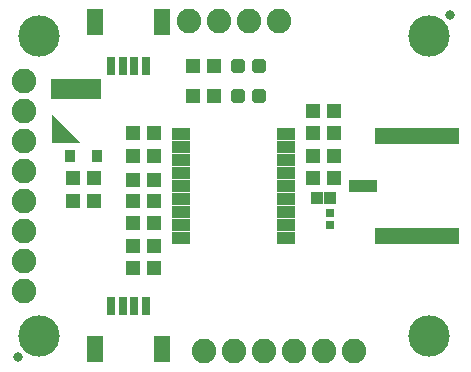
<source format=gts>
G04 EAGLE Gerber RS-274X export*
G75*
%MOMM*%
%FSLAX34Y34*%
%LPD*%
%INSoldermask Top*%
%IPPOS*%
%AMOC8*
5,1,8,0,0,1.08239X$1,22.5*%
G01*
%ADD10R,1.403200X2.203200*%
%ADD11R,0.803200X1.553200*%
%ADD12C,2.082800*%
%ADD13R,1.303200X1.203200*%
%ADD14R,4.200000X1.700000*%
%ADD15C,0.505344*%
%ADD16R,0.833200X1.033200*%
%ADD17R,1.053200X1.103200*%
%ADD18R,1.503200X1.003200*%
%ADD19R,1.503200X1.103200*%
%ADD20R,0.803200X0.803200*%
%ADD21C,0.838200*%
%ADD22C,3.505200*%
%ADD23R,7.203200X1.353200*%
%ADD24R,2.403200X1.103200*%

G36*
X60742Y188863D02*
X60742Y188863D01*
X60786Y188866D01*
X60808Y188882D01*
X60834Y188890D01*
X60863Y188923D01*
X60898Y188949D01*
X60908Y188975D01*
X60926Y188995D01*
X60933Y189039D01*
X60948Y189079D01*
X60943Y189106D01*
X60947Y189133D01*
X60929Y189174D01*
X60920Y189216D01*
X60894Y189252D01*
X60890Y189261D01*
X60885Y189265D01*
X60876Y189276D01*
X36876Y213276D01*
X36838Y213297D01*
X36805Y213326D01*
X36778Y213330D01*
X36754Y213343D01*
X36710Y213340D01*
X36667Y213347D01*
X36642Y213336D01*
X36614Y213334D01*
X36579Y213308D01*
X36539Y213290D01*
X36524Y213267D01*
X36502Y213251D01*
X36486Y213210D01*
X36462Y213174D01*
X36455Y213130D01*
X36452Y213121D01*
X36453Y213114D01*
X36451Y213100D01*
X36451Y189100D01*
X36456Y189084D01*
X36453Y189067D01*
X36475Y189017D01*
X36490Y188966D01*
X36503Y188955D01*
X36510Y188939D01*
X36555Y188909D01*
X36595Y188874D01*
X36612Y188871D01*
X36627Y188862D01*
X36700Y188851D01*
X60700Y188851D01*
X60742Y188863D01*
G37*
D10*
X73600Y14050D03*
X129600Y14050D03*
D11*
X86600Y50800D03*
X96600Y50800D03*
X106600Y50800D03*
X116600Y50800D03*
D12*
X228600Y292100D03*
X203200Y292100D03*
X177800Y292100D03*
X152400Y292100D03*
D10*
X129600Y290750D03*
X73600Y290750D03*
D11*
X116600Y254000D03*
X106600Y254000D03*
X96600Y254000D03*
X86600Y254000D03*
D13*
X122800Y196850D03*
X105800Y196850D03*
X122800Y177800D03*
X105800Y177800D03*
X55000Y139700D03*
X72000Y139700D03*
D14*
X57500Y234400D03*
D13*
X105800Y82550D03*
X122800Y82550D03*
X105800Y101600D03*
X122800Y101600D03*
D15*
X208480Y250510D02*
X208480Y257490D01*
X215460Y257490D01*
X215460Y250510D01*
X208480Y250510D01*
X208480Y255310D02*
X215460Y255310D01*
X190940Y257490D02*
X190940Y250510D01*
X190940Y257490D02*
X197920Y257490D01*
X197920Y250510D01*
X190940Y250510D01*
X190940Y255310D02*
X197920Y255310D01*
D16*
X52000Y177800D03*
X75000Y177800D03*
D13*
X55000Y158750D03*
X72000Y158750D03*
X173600Y254000D03*
X156600Y254000D03*
X258200Y177800D03*
X275200Y177800D03*
X258200Y196850D03*
X275200Y196850D03*
D15*
X208480Y225110D02*
X208480Y232090D01*
X215460Y232090D01*
X215460Y225110D01*
X208480Y225110D01*
X208480Y229910D02*
X215460Y229910D01*
X190940Y232090D02*
X190940Y225110D01*
X190940Y232090D02*
X197920Y232090D01*
X197920Y225110D01*
X190940Y225110D01*
X190940Y229910D02*
X197920Y229910D01*
D13*
X173600Y228600D03*
X156600Y228600D03*
D17*
X272500Y142240D03*
X260900Y142240D03*
D13*
X275200Y158750D03*
X258200Y158750D03*
D12*
X165100Y12700D03*
X190500Y12700D03*
X215900Y12700D03*
X241300Y12700D03*
X266700Y12700D03*
X292100Y12700D03*
D13*
X122800Y139700D03*
X105800Y139700D03*
X122800Y120650D03*
X105800Y120650D03*
X258200Y215900D03*
X275200Y215900D03*
X122800Y157480D03*
X105800Y157480D03*
D18*
X146000Y196400D03*
D19*
X146000Y185400D03*
X146000Y174400D03*
X146000Y163400D03*
X146000Y152400D03*
X146000Y141400D03*
X146000Y130400D03*
X146000Y119400D03*
D18*
X146000Y108400D03*
X235000Y108400D03*
D19*
X235000Y119400D03*
X235000Y130400D03*
X235000Y141400D03*
X235000Y152400D03*
X235000Y163400D03*
X235000Y174400D03*
X235000Y185400D03*
D18*
X235000Y196400D03*
D20*
X271780Y119460D03*
X271780Y129460D03*
D21*
X7620Y7620D03*
X373380Y297180D03*
D22*
X355600Y25400D03*
X25400Y25400D03*
X25400Y279400D03*
X355600Y279400D03*
D23*
X346000Y194900D03*
D24*
X300000Y152400D03*
D23*
X346000Y109900D03*
D12*
X12700Y241300D03*
X12700Y215900D03*
X12700Y190500D03*
X12700Y165100D03*
X12700Y139700D03*
X12700Y114300D03*
X12700Y88900D03*
X12700Y63500D03*
M02*

</source>
